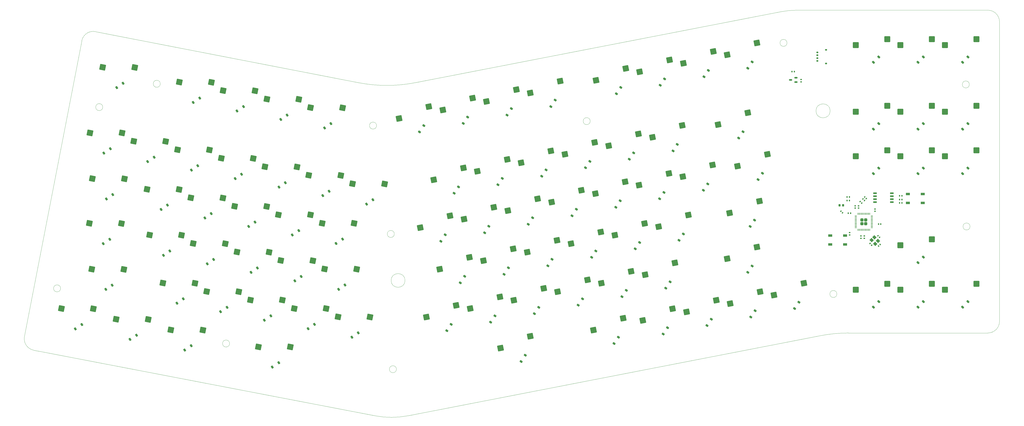
<source format=gbr>
%TF.GenerationSoftware,KiCad,Pcbnew,8.0.4*%
%TF.CreationDate,2024-08-17T15:03:33+09:00*%
%TF.ProjectId,ttaelgam,74746165-6c67-4616-9d2e-6b696361645f,rev?*%
%TF.SameCoordinates,Original*%
%TF.FileFunction,Paste,Bot*%
%TF.FilePolarity,Positive*%
%FSLAX46Y46*%
G04 Gerber Fmt 4.6, Leading zero omitted, Abs format (unit mm)*
G04 Created by KiCad (PCBNEW 8.0.4) date 2024-08-17 15:03:33*
%MOMM*%
%LPD*%
G01*
G04 APERTURE LIST*
G04 Aperture macros list*
%AMRoundRect*
0 Rectangle with rounded corners*
0 $1 Rounding radius*
0 $2 $3 $4 $5 $6 $7 $8 $9 X,Y pos of 4 corners*
0 Add a 4 corners polygon primitive as box body*
4,1,4,$2,$3,$4,$5,$6,$7,$8,$9,$2,$3,0*
0 Add four circle primitives for the rounded corners*
1,1,$1+$1,$2,$3*
1,1,$1+$1,$4,$5*
1,1,$1+$1,$6,$7*
1,1,$1+$1,$8,$9*
0 Add four rect primitives between the rounded corners*
20,1,$1+$1,$2,$3,$4,$5,0*
20,1,$1+$1,$4,$5,$6,$7,0*
20,1,$1+$1,$6,$7,$8,$9,0*
20,1,$1+$1,$8,$9,$2,$3,0*%
%AMRotRect*
0 Rectangle, with rotation*
0 The origin of the aperture is its center*
0 $1 length*
0 $2 width*
0 $3 Rotation angle, in degrees counterclockwise*
0 Add horizontal line*
21,1,$1,$2,0,0,$3*%
G04 Aperture macros list end*
%ADD10RoundRect,0.250000X1.196977X0.786048X-0.815359X1.177206X-1.196977X-0.786048X0.815359X-1.177206X0*%
%ADD11RoundRect,0.225000X0.106066X-0.424264X0.424264X-0.106066X-0.106066X0.424264X-0.424264X0.106066X0*%
%ADD12RoundRect,0.225000X0.185071X-0.396231X0.436707X-0.023164X-0.185071X0.396231X-0.436707X0.023164X0*%
%ADD13RoundRect,0.225000X0.023164X-0.436707X0.396231X-0.185071X-0.023164X0.436707X-0.396231X0.185071X0*%
%ADD14RoundRect,0.140000X0.170000X-0.140000X0.170000X0.140000X-0.170000X0.140000X-0.170000X-0.140000X0*%
%ADD15RoundRect,0.250000X0.815359X1.177206X-1.196977X0.786048X-0.815359X-1.177206X1.196977X-0.786048X0*%
%ADD16RoundRect,0.140000X0.219203X0.021213X0.021213X0.219203X-0.219203X-0.021213X-0.021213X-0.219203X0*%
%ADD17RoundRect,0.135000X-0.135000X-0.185000X0.135000X-0.185000X0.135000X0.185000X-0.135000X0.185000X0*%
%ADD18RoundRect,0.150000X0.650000X0.150000X-0.650000X0.150000X-0.650000X-0.150000X0.650000X-0.150000X0*%
%ADD19RoundRect,0.140000X0.140000X0.170000X-0.140000X0.170000X-0.140000X-0.170000X0.140000X-0.170000X0*%
%ADD20RoundRect,0.135000X0.135000X0.185000X-0.135000X0.185000X-0.135000X-0.185000X0.135000X-0.185000X0*%
%ADD21RoundRect,0.250000X1.025000X1.000000X-1.025000X1.000000X-1.025000X-1.000000X1.025000X-1.000000X0*%
%ADD22RoundRect,0.140000X-0.170000X0.140000X-0.170000X-0.140000X0.170000X-0.140000X0.170000X0.140000X0*%
%ADD23RoundRect,0.135000X-0.185000X0.135000X-0.185000X-0.135000X0.185000X-0.135000X0.185000X0.135000X0*%
%ADD24RoundRect,0.140000X-0.140000X-0.170000X0.140000X-0.170000X0.140000X0.170000X-0.140000X0.170000X0*%
%ADD25RoundRect,0.140000X-0.021213X0.219203X-0.219203X0.021213X0.021213X-0.219203X0.219203X-0.021213X0*%
%ADD26R,1.700000X1.000000*%
%ADD27RotRect,1.400000X1.200000X135.000000*%
%ADD28RoundRect,0.150000X-0.275000X0.150000X-0.275000X-0.150000X0.275000X-0.150000X0.275000X0.150000X0*%
%ADD29RoundRect,0.175000X-0.225000X0.175000X-0.225000X-0.175000X0.225000X-0.175000X0.225000X0.175000X0*%
%ADD30RoundRect,0.249999X0.395001X0.395001X-0.395001X0.395001X-0.395001X-0.395001X0.395001X-0.395001X0*%
%ADD31RoundRect,0.050000X0.387500X0.050000X-0.387500X0.050000X-0.387500X-0.050000X0.387500X-0.050000X0*%
%ADD32RoundRect,0.050000X0.050000X0.387500X-0.050000X0.387500X-0.050000X-0.387500X0.050000X-0.387500X0*%
%ADD33RoundRect,0.225000X0.225000X0.250000X-0.225000X0.250000X-0.225000X-0.250000X0.225000X-0.250000X0*%
%ADD34RoundRect,0.135000X0.226274X0.035355X0.035355X0.226274X-0.226274X-0.035355X-0.035355X-0.226274X0*%
%ADD35RoundRect,0.150000X0.512500X0.150000X-0.512500X0.150000X-0.512500X-0.150000X0.512500X-0.150000X0*%
%TA.AperFunction,Profile*%
%ADD36C,0.050000*%
%TD*%
G04 APERTURE END LIST*
D10*
%TO.C,MX52*%
X155004146Y-229956047D03*
X168691686Y-230029095D03*
%TD*%
D11*
%TO.C,D88*%
X464319491Y-260791339D03*
X466652943Y-258457887D03*
%TD*%
D12*
%TO.C,D7*%
X289090418Y-182208004D03*
X290935754Y-179472180D03*
%TD*%
D10*
%TO.C,MX2*%
X167726336Y-164506054D03*
X181413876Y-164579102D03*
%TD*%
%TO.C,MX55*%
X211104140Y-240860781D03*
X224791680Y-240933829D03*
%TD*%
D11*
%TO.C,D33*%
X502419491Y-184591339D03*
X504752943Y-182257887D03*
%TD*%
D13*
%TO.C,D5*%
X229792983Y-184083405D03*
X232528807Y-182238069D03*
%TD*%
D10*
%TO.C,MX18*%
X148248971Y-189829867D03*
X161936511Y-189902915D03*
%TD*%
D14*
%TO.C,C3*%
X458009740Y-218445260D03*
X458009740Y-217485260D03*
%TD*%
D15*
%TO.C,MX24*%
X276411782Y-206269493D03*
X289130013Y-201209779D03*
%TD*%
D16*
%TO.C,C6*%
X466927686Y-230937945D03*
X466248864Y-230259123D03*
%TD*%
D10*
%TO.C,MX69*%
X235519225Y-265013146D03*
X249206765Y-265086194D03*
%TD*%
%TO.C,MX66*%
X179419232Y-254108411D03*
X193106772Y-254181459D03*
%TD*%
D13*
%TO.C,D55*%
X217070793Y-249533398D03*
X219806617Y-247688062D03*
%TD*%
D12*
%TO.C,D83*%
X353494926Y-276425078D03*
X355340262Y-273689254D03*
%TD*%
D16*
%TO.C,C11*%
X459349151Y-216329671D03*
X458670329Y-215650849D03*
%TD*%
D12*
%TO.C,D43*%
X335577693Y-221688176D03*
X337423029Y-218952352D03*
%TD*%
%TO.C,D70*%
X282072522Y-270901634D03*
X283917858Y-268165810D03*
%TD*%
D17*
%TO.C,R5*%
X475519221Y-214759737D03*
X476539219Y-214759737D03*
%TD*%
D12*
%TO.C,D42*%
X316877695Y-225323087D03*
X318723031Y-222587263D03*
%TD*%
D15*
%TO.C,MX84*%
X365751418Y-266529839D03*
X378469649Y-261470125D03*
%TD*%
%TO.C,MX58*%
X297706603Y-240943305D03*
X310424834Y-235883591D03*
%TD*%
D12*
%TO.C,D60*%
X343887603Y-239479446D03*
X345732939Y-236743622D03*
%TD*%
D10*
%TO.C,MX64*%
X130331737Y-244566769D03*
X144019277Y-244639817D03*
%TD*%
%TO.C,MX78*%
X117346827Y-261449311D03*
X131034367Y-261522359D03*
%TD*%
D15*
%TO.C,MX73*%
X329391511Y-254190936D03*
X342109742Y-249131222D03*
%TD*%
D18*
%TO.C,U4*%
X472234740Y-212085260D03*
X472234740Y-213355260D03*
X472234740Y-214625260D03*
X472234740Y-215895260D03*
X465034740Y-215895260D03*
X465034740Y-214625260D03*
X465034740Y-213355260D03*
X465034740Y-212085260D03*
%TD*%
D12*
%TO.C,D26*%
X322592782Y-204805634D03*
X324438118Y-202069810D03*
%TD*%
D15*
%TO.C,MX61*%
X353806596Y-230038571D03*
X366524827Y-224978857D03*
%TD*%
D12*
%TO.C,D11*%
X373240409Y-165850903D03*
X375085745Y-163115079D03*
%TD*%
D19*
%TO.C,C9*%
X454564740Y-220615260D03*
X453604740Y-220615260D03*
%TD*%
D15*
%TO.C,MX63*%
X402894091Y-220496929D03*
X415612322Y-215437215D03*
%TD*%
D20*
%TO.C,R7*%
X454094739Y-213640260D03*
X453074741Y-213640260D03*
%TD*%
D12*
%TO.C,D40*%
X279477699Y-232592910D03*
X281323035Y-229857086D03*
%TD*%
D16*
%TO.C,C13*%
X451149151Y-220435722D03*
X450470329Y-219756900D03*
%TD*%
D21*
%TO.C,MX89*%
X475857648Y-253416553D03*
X489307648Y-250876553D03*
%TD*%
D10*
%TO.C,MX22*%
X223048962Y-204369513D03*
X236736502Y-204442561D03*
%TD*%
D15*
%TO.C,MX44*%
X345496685Y-212247301D03*
X358214916Y-207187587D03*
%TD*%
D10*
%TO.C,MX67*%
X198119229Y-257743323D03*
X211806769Y-257816371D03*
%TD*%
D12*
%TO.C,D44*%
X354277690Y-218053265D03*
X356123026Y-215317441D03*
%TD*%
D22*
%TO.C,C16*%
X458984740Y-230385260D03*
X458984740Y-231345260D03*
%TD*%
D13*
%TO.C,D66*%
X185385885Y-262781029D03*
X188121709Y-260935693D03*
%TD*%
%TO.C,D78*%
X123313480Y-270121929D03*
X126049304Y-268276593D03*
%TD*%
D11*
%TO.C,D32*%
X483369491Y-184591339D03*
X485702943Y-182257887D03*
%TD*%
D15*
%TO.C,MX74*%
X348091509Y-250556025D03*
X360809740Y-245496311D03*
%TD*%
D12*
%TO.C,D72*%
X319472518Y-263631811D03*
X321317854Y-260895987D03*
%TD*%
%TO.C,D61*%
X362587601Y-235844535D03*
X364432937Y-233108711D03*
%TD*%
%TO.C,D57*%
X287787610Y-250384180D03*
X289632946Y-247648356D03*
%TD*%
D20*
%TO.C,R3*%
X476539219Y-213159737D03*
X475519221Y-213159737D03*
%TD*%
D13*
%TO.C,D23*%
X247715613Y-216677041D03*
X250451437Y-214831705D03*
%TD*%
%TO.C,D54*%
X198370795Y-245898487D03*
X201106619Y-244053151D03*
%TD*%
D10*
%TO.C,MX36*%
X172664056Y-213982232D03*
X186351596Y-214055280D03*
%TD*%
%TO.C,MX39*%
X228764049Y-224886966D03*
X242451589Y-224960014D03*
%TD*%
D21*
%TO.C,MX88*%
X456807648Y-253416553D03*
X470257648Y-250876553D03*
%TD*%
D12*
%TO.C,D76*%
X410635007Y-245911618D03*
X412480343Y-243175794D03*
%TD*%
D13*
%TO.C,D36*%
X178630709Y-222654850D03*
X181366533Y-220809514D03*
%TD*%
D10*
%TO.C,MX19*%
X166948968Y-193464779D03*
X180636508Y-193537827D03*
%TD*%
D11*
%TO.C,D31*%
X464319491Y-184591339D03*
X466652943Y-182257887D03*
%TD*%
D13*
%TO.C,D17*%
X135515626Y-194867573D03*
X138251450Y-193022237D03*
%TD*%
D12*
%TO.C,D12*%
X391940407Y-162215992D03*
X393785743Y-159480168D03*
%TD*%
D10*
%TO.C,MX3*%
X186426334Y-168140966D03*
X200113874Y-168214014D03*
%TD*%
D15*
%TO.C,MX71*%
X291991515Y-261460759D03*
X304709746Y-256401045D03*
%TD*%
D23*
%TO.C,R4*%
X454159740Y-228930261D03*
X454159740Y-229950259D03*
%TD*%
D15*
%TO.C,MX27*%
X332511775Y-195364759D03*
X345230006Y-190305045D03*
%TD*%
D10*
%TO.C,MX5*%
X223826329Y-175410788D03*
X237513869Y-175483836D03*
%TD*%
D15*
%TO.C,MX76*%
X401854002Y-240105654D03*
X414572233Y-235045940D03*
%TD*%
%TO.C,MX9*%
X317709409Y-169132218D03*
X330427640Y-164072504D03*
%TD*%
%TO.C,MX13*%
X401859399Y-152775117D03*
X414577630Y-147715403D03*
%TD*%
D12*
%TO.C,D74*%
X356872514Y-256361988D03*
X358717850Y-253626164D03*
%TD*%
D10*
%TO.C,MX21*%
X204348964Y-200734601D03*
X218036504Y-200807649D03*
%TD*%
D21*
%TO.C,MX33*%
X494907648Y-177216553D03*
X508357648Y-174676553D03*
%TD*%
D14*
%TO.C,C2*%
X433409740Y-164376311D03*
X433409740Y-163416311D03*
%TD*%
D12*
%TO.C,D59*%
X325187606Y-243114357D03*
X327032942Y-240378533D03*
%TD*%
D15*
%TO.C,MX26*%
X313811777Y-198999670D03*
X326530008Y-193939956D03*
%TD*%
%TO.C,MX12*%
X383159402Y-156410028D03*
X395877633Y-151350314D03*
%TD*%
D13*
%TO.C,D38*%
X216030705Y-229924672D03*
X218766529Y-228079336D03*
%TD*%
D21*
%TO.C,MX16*%
X494907648Y-148641553D03*
X508357648Y-146101553D03*
%TD*%
D10*
%TO.C,MX34*%
X130589061Y-205803682D03*
X144276601Y-205876730D03*
%TD*%
D13*
%TO.C,D53*%
X179670797Y-242263575D03*
X182406621Y-240418239D03*
%TD*%
%TO.C,D56*%
X235770791Y-253168309D03*
X238506615Y-251322973D03*
%TD*%
D17*
%TO.C,R8*%
X453074741Y-215227760D03*
X454094739Y-215227760D03*
%TD*%
D15*
%TO.C,MX40*%
X270696694Y-226786947D03*
X283414925Y-221727233D03*
%TD*%
%TO.C,MX82*%
X304976425Y-278343301D03*
X317694656Y-273283587D03*
%TD*%
D13*
%TO.C,D2*%
X173692989Y-173178671D03*
X176428813Y-171333335D03*
%TD*%
%TO.C,D22*%
X229015615Y-213042130D03*
X231751439Y-211196794D03*
%TD*%
D12*
%TO.C,D29*%
X378692776Y-193900900D03*
X380538112Y-191165076D03*
%TD*%
D15*
%TO.C,MX43*%
X326796688Y-215882212D03*
X339514919Y-210822498D03*
%TD*%
D13*
%TO.C,D67*%
X204085883Y-266415940D03*
X206821707Y-264570604D03*
%TD*%
D15*
%TO.C,MX30*%
X397961768Y-182642569D03*
X410679999Y-177582855D03*
%TD*%
D14*
%TO.C,C14*%
X456509740Y-218445260D03*
X456509740Y-217485260D03*
%TD*%
D12*
%TO.C,D47*%
X415052683Y-206239803D03*
X416898019Y-203503979D03*
%TD*%
D15*
%TO.C,MX7*%
X280309413Y-176402041D03*
X293027644Y-171342327D03*
%TD*%
D11*
%TO.C,D50*%
X502419491Y-203641339D03*
X504752943Y-201307887D03*
%TD*%
D12*
%TO.C,D45*%
X372977688Y-214418353D03*
X374823024Y-211682529D03*
%TD*%
D10*
%TO.C,MX68*%
X216819227Y-261378234D03*
X230506767Y-261451282D03*
%TD*%
%TO.C,MX17*%
X129548973Y-186194956D03*
X143236513Y-186268004D03*
%TD*%
D12*
%TO.C,D46*%
X391677686Y-210783442D03*
X393523022Y-208047618D03*
%TD*%
D13*
%TO.C,D51*%
X135258302Y-233630661D03*
X137994126Y-231785325D03*
%TD*%
%TO.C,D52*%
X160970799Y-238628664D03*
X163706623Y-236783328D03*
%TD*%
%TO.C,D65*%
X166685887Y-259146117D03*
X169421711Y-257300781D03*
%TD*%
D10*
%TO.C,MX35*%
X153964058Y-210347321D03*
X167651598Y-210420369D03*
%TD*%
%TO.C,MX4*%
X205126332Y-171775877D03*
X218813872Y-171848925D03*
%TD*%
D15*
%TO.C,MX8*%
X299009411Y-172767129D03*
X311727642Y-167707415D03*
%TD*%
D13*
%TO.C,D19*%
X172915622Y-202137396D03*
X175651446Y-200292060D03*
%TD*%
D12*
%TO.C,D84*%
X374532423Y-272335803D03*
X376377759Y-269599979D03*
%TD*%
D10*
%TO.C,MX1*%
X135001340Y-158144959D03*
X148688880Y-158218007D03*
%TD*%
D24*
%TO.C,C1*%
X429568107Y-159980390D03*
X430528107Y-159980390D03*
%TD*%
D21*
%TO.C,MX49*%
X475857648Y-196266553D03*
X489307648Y-193726553D03*
%TD*%
D15*
%TO.C,MX83*%
X344713921Y-270619114D03*
X357432152Y-265559400D03*
%TD*%
D21*
%TO.C,MX48*%
X456807648Y-196266553D03*
X470257648Y-193726553D03*
%TD*%
D24*
%TO.C,C12*%
X466529740Y-225290260D03*
X467489740Y-225290260D03*
%TD*%
D15*
%TO.C,MX62*%
X372506594Y-226403660D03*
X385224825Y-221343946D03*
%TD*%
D13*
%TO.C,D35*%
X159930711Y-219019938D03*
X162666535Y-217174602D03*
%TD*%
D15*
%TO.C,MX75*%
X366791506Y-246921113D03*
X379509737Y-241861399D03*
%TD*%
%TO.C,MX25*%
X295111779Y-202634582D03*
X307830010Y-197574868D03*
%TD*%
D25*
%TO.C,C7*%
X467188427Y-233998104D03*
X466509605Y-234676926D03*
%TD*%
D16*
%TO.C,C4*%
X460499151Y-215179671D03*
X459820329Y-214500849D03*
%TD*%
D13*
%TO.C,D80*%
X170063475Y-279209207D03*
X172799299Y-277363871D03*
%TD*%
D12*
%TO.C,D30*%
X406742773Y-188448533D03*
X408588109Y-185712709D03*
%TD*%
%TO.C,D87*%
X430632417Y-261431068D03*
X432477753Y-258695244D03*
%TD*%
D11*
%TO.C,D15*%
X483369491Y-156016339D03*
X485702943Y-153682887D03*
%TD*%
D21*
%TO.C,MX32*%
X475857648Y-177216553D03*
X489307648Y-174676553D03*
%TD*%
%TO.C,MX15*%
X475857648Y-148641553D03*
X489307648Y-146101553D03*
%TD*%
D12*
%TO.C,D10*%
X354540411Y-169485814D03*
X356385747Y-166749990D03*
%TD*%
%TO.C,D8*%
X307790416Y-178573093D03*
X309635752Y-175837269D03*
%TD*%
D15*
%TO.C,MX41*%
X289396692Y-223152035D03*
X302114923Y-218092321D03*
%TD*%
%TO.C,MX86*%
X403151414Y-259260016D03*
X415869645Y-254200302D03*
%TD*%
%TO.C,MX60*%
X335106598Y-233673482D03*
X347824829Y-228613768D03*
%TD*%
D12*
%TO.C,D58*%
X306487608Y-246749269D03*
X308332944Y-244013445D03*
%TD*%
%TO.C,D27*%
X341292780Y-201170722D03*
X343138116Y-198434898D03*
%TD*%
D13*
%TO.C,D21*%
X210315617Y-209407219D03*
X213051441Y-207561883D03*
%TD*%
D12*
%TO.C,D85*%
X393232421Y-268700891D03*
X395077757Y-265965067D03*
%TD*%
D20*
%TO.C,R6*%
X476539219Y-216232882D03*
X475519221Y-216232882D03*
%TD*%
D12*
%TO.C,D75*%
X375572512Y-252727077D03*
X377417848Y-249991253D03*
%TD*%
D15*
%TO.C,MX10*%
X345759406Y-163679851D03*
X358477637Y-158620137D03*
%TD*%
D12*
%TO.C,D13*%
X410640404Y-158581080D03*
X412485740Y-155845256D03*
%TD*%
%TO.C,D73*%
X338172516Y-259996900D03*
X340017852Y-257261076D03*
%TD*%
%TO.C,D6*%
X270390421Y-185842915D03*
X272235757Y-183107091D03*
%TD*%
D10*
%TO.C,MX81*%
X201496817Y-277806412D03*
X215184357Y-277879460D03*
%TD*%
D14*
%TO.C,C10*%
X465009740Y-219776311D03*
X465009740Y-218816311D03*
%TD*%
D11*
%TO.C,D77*%
X483369491Y-241741339D03*
X485702943Y-239407887D03*
%TD*%
D10*
%TO.C,MX65*%
X160719234Y-250473500D03*
X174406774Y-250546548D03*
%TD*%
D26*
%TO.C,BOOT1*%
X485369479Y-212386571D03*
X479069481Y-212386571D03*
X485369479Y-216186571D03*
X479069481Y-216186571D03*
%TD*%
D12*
%TO.C,D82*%
X313757430Y-284149264D03*
X315602766Y-281413440D03*
%TD*%
D21*
%TO.C,MX14*%
X456807648Y-148641553D03*
X470257648Y-146101553D03*
%TD*%
D12*
%TO.C,D86*%
X411932419Y-265065980D03*
X413777755Y-262330156D03*
%TD*%
D10*
%TO.C,MX38*%
X210064052Y-221252055D03*
X223751592Y-221325103D03*
%TD*%
D15*
%TO.C,MX46*%
X382896681Y-204977478D03*
X395614912Y-199917764D03*
%TD*%
D12*
%TO.C,D62*%
X381287599Y-232209623D03*
X383132935Y-229473799D03*
%TD*%
D10*
%TO.C,MX53*%
X173704144Y-233590958D03*
X187391684Y-233664006D03*
%TD*%
D15*
%TO.C,MX29*%
X369911771Y-188094936D03*
X382630002Y-183035222D03*
%TD*%
D11*
%TO.C,D16*%
X502419491Y-156016339D03*
X504752943Y-153682887D03*
%TD*%
D10*
%TO.C,MX23*%
X241748960Y-208004424D03*
X255436500Y-208077472D03*
%TD*%
D27*
%TO.C,Y1*%
X465111517Y-233694118D03*
X463555882Y-232138483D03*
X464757963Y-230936402D03*
X466313598Y-232492037D03*
%TD*%
D21*
%TO.C,MX31*%
X456807648Y-177216553D03*
X470257648Y-174676553D03*
%TD*%
D12*
%TO.C,D28*%
X359992778Y-197535811D03*
X361838114Y-194799987D03*
%TD*%
%TO.C,D24*%
X285192787Y-212075457D03*
X287038123Y-209339633D03*
%TD*%
D10*
%TO.C,MX37*%
X191364054Y-217617144D03*
X205051594Y-217690192D03*
%TD*%
D15*
%TO.C,MX42*%
X308096690Y-219517124D03*
X320814921Y-214457410D03*
%TD*%
D28*
%TO.C,J4*%
X440334740Y-151796311D03*
X440334740Y-152996311D03*
X440334740Y-154196311D03*
X440334740Y-155396311D03*
D29*
X444109740Y-150646311D03*
X444109740Y-156546311D03*
%TD*%
D21*
%TO.C,MX90*%
X494907648Y-253416553D03*
X508357648Y-250876553D03*
%TD*%
D16*
%TO.C,C5*%
X461299151Y-214379671D03*
X460620329Y-213700849D03*
%TD*%
D15*
%TO.C,MX45*%
X364196683Y-208612390D03*
X376914914Y-203552676D03*
%TD*%
D13*
%TO.C,D37*%
X197330707Y-226289761D03*
X200066531Y-224444425D03*
%TD*%
D12*
%TO.C,D63*%
X411675096Y-226302892D03*
X413520432Y-223567068D03*
%TD*%
D11*
%TO.C,D14*%
X464319491Y-156016339D03*
X466652943Y-153682887D03*
%TD*%
D13*
%TO.C,D1*%
X140967993Y-166817576D03*
X143703817Y-164972240D03*
%TD*%
D30*
%TO.C,U2*%
X461019480Y-225086571D03*
X461019480Y-223486571D03*
X459419480Y-225086571D03*
X459419480Y-223486571D03*
D31*
X463656980Y-221686571D03*
X463656980Y-222086571D03*
X463656980Y-222486571D03*
X463656980Y-222886571D03*
X463656980Y-223286571D03*
X463656980Y-223686571D03*
X463656980Y-224086571D03*
X463656980Y-224486571D03*
X463656980Y-224886571D03*
X463656980Y-225286571D03*
X463656980Y-225686571D03*
X463656980Y-226086571D03*
X463656980Y-226486571D03*
X463656980Y-226886571D03*
D32*
X462819480Y-227724071D03*
X462419480Y-227724071D03*
X462019480Y-227724071D03*
X461619480Y-227724071D03*
X461219480Y-227724071D03*
X460819480Y-227724071D03*
X460419480Y-227724071D03*
X460019480Y-227724071D03*
X459619480Y-227724071D03*
X459219480Y-227724071D03*
X458819480Y-227724071D03*
X458419480Y-227724071D03*
X458019480Y-227724071D03*
X457619480Y-227724071D03*
D31*
X456781980Y-226886571D03*
X456781980Y-226486571D03*
X456781980Y-226086571D03*
X456781980Y-225686571D03*
X456781980Y-225286571D03*
X456781980Y-224886571D03*
X456781980Y-224486571D03*
X456781980Y-224086571D03*
X456781980Y-223686571D03*
X456781980Y-223286571D03*
X456781980Y-222886571D03*
X456781980Y-222486571D03*
X456781980Y-222086571D03*
X456781980Y-221686571D03*
D32*
X457619480Y-220849071D03*
X458019480Y-220849071D03*
X458419480Y-220849071D03*
X458819480Y-220849071D03*
X459219480Y-220849071D03*
X459619480Y-220849071D03*
X460019480Y-220849071D03*
X460419480Y-220849071D03*
X460819480Y-220849071D03*
X461219480Y-220849071D03*
X461619480Y-220849071D03*
X462019480Y-220849071D03*
X462419480Y-220849071D03*
X462819480Y-220849071D03*
%TD*%
D10*
%TO.C,MX20*%
X185648966Y-197099690D03*
X199336506Y-197172738D03*
%TD*%
D11*
%TO.C,D49*%
X483369491Y-203641339D03*
X485702943Y-201307887D03*
%TD*%
D15*
%TO.C,MX85*%
X384451416Y-262894928D03*
X397169647Y-257835214D03*
%TD*%
D13*
%TO.C,D4*%
X211092985Y-180448494D03*
X213828809Y-178603158D03*
%TD*%
D12*
%TO.C,D41*%
X298177697Y-228957999D03*
X300023033Y-226222175D03*
%TD*%
D33*
%TO.C,C8*%
X451384740Y-217215260D03*
X449834740Y-217215260D03*
%TD*%
D13*
%TO.C,D69*%
X241485878Y-273685763D03*
X244221702Y-271840427D03*
%TD*%
D11*
%TO.C,D90*%
X502419491Y-260791339D03*
X504752943Y-258457887D03*
%TD*%
D13*
%TO.C,D3*%
X192392987Y-176813583D03*
X195128811Y-174968247D03*
%TD*%
D21*
%TO.C,MX50*%
X494907648Y-196266553D03*
X508357648Y-193726553D03*
%TD*%
D10*
%TO.C,MX54*%
X192404142Y-237225869D03*
X206091682Y-237298917D03*
%TD*%
D13*
%TO.C,D68*%
X222785881Y-270050851D03*
X225521705Y-268205515D03*
%TD*%
D15*
%TO.C,MX11*%
X364459404Y-160044939D03*
X377177635Y-154985225D03*
%TD*%
D10*
%TO.C,MX80*%
X164096822Y-270536590D03*
X177784362Y-270609638D03*
%TD*%
D15*
%TO.C,MX28*%
X351211773Y-191729848D03*
X363930004Y-186670134D03*
%TD*%
D26*
%TO.C,RST1*%
X445884741Y-233990260D03*
X452184739Y-233990260D03*
X445884741Y-230190260D03*
X452184739Y-230190260D03*
%TD*%
D15*
%TO.C,MX57*%
X279006605Y-244578217D03*
X291724836Y-239518503D03*
%TD*%
D13*
%TO.C,D64*%
X136298391Y-253239386D03*
X139034215Y-251394050D03*
%TD*%
D15*
%TO.C,MX59*%
X316406601Y-237308394D03*
X329124832Y-232248680D03*
%TD*%
D34*
%TO.C,R9*%
X463588429Y-234325000D03*
X462867181Y-233603752D03*
%TD*%
D11*
%TO.C,D48*%
X464319491Y-203641339D03*
X466652943Y-201307887D03*
%TD*%
D15*
%TO.C,MX47*%
X406271678Y-200433839D03*
X418989909Y-195374125D03*
%TD*%
%TO.C,MX6*%
X261609416Y-180036952D03*
X274327647Y-174977238D03*
%TD*%
D22*
%TO.C,C15*%
X460459740Y-230360260D03*
X460459740Y-231320260D03*
%TD*%
D10*
%TO.C,MX79*%
X140721824Y-265992951D03*
X154409364Y-266065999D03*
%TD*%
D12*
%TO.C,D25*%
X303892784Y-208440545D03*
X305738120Y-205704721D03*
%TD*%
D13*
%TO.C,D34*%
X136555714Y-214476299D03*
X139291538Y-212630963D03*
%TD*%
D11*
%TO.C,D89*%
X483369491Y-260791339D03*
X485702943Y-258457887D03*
%TD*%
D10*
%TO.C,MX56*%
X229804138Y-244495692D03*
X243491678Y-244568740D03*
%TD*%
D13*
%TO.C,D79*%
X146688478Y-274665568D03*
X149424302Y-272820232D03*
%TD*%
D12*
%TO.C,D9*%
X326490414Y-174938181D03*
X328335750Y-172202357D03*
%TD*%
D15*
%TO.C,MX70*%
X273291517Y-265095670D03*
X286009748Y-260035956D03*
%TD*%
D21*
%TO.C,MX77*%
X475857648Y-234366553D03*
X489307648Y-231826553D03*
%TD*%
D15*
%TO.C,MX72*%
X310691513Y-257825847D03*
X323409744Y-252766133D03*
%TD*%
D13*
%TO.C,D81*%
X207463471Y-286479030D03*
X210199295Y-284633694D03*
%TD*%
%TO.C,D20*%
X191615620Y-205772307D03*
X194351444Y-203926971D03*
%TD*%
D12*
%TO.C,D71*%
X300772520Y-267266722D03*
X302617856Y-264530898D03*
%TD*%
D13*
%TO.C,D39*%
X234730703Y-233559584D03*
X237466527Y-231714248D03*
%TD*%
D10*
%TO.C,MX51*%
X129291649Y-224958043D03*
X142979189Y-225031091D03*
%TD*%
D35*
%TO.C,U1*%
X431191006Y-162602275D03*
X431191006Y-164502273D03*
X428916006Y-163552274D03*
%TD*%
D15*
%TO.C,MX87*%
X421851412Y-255625105D03*
X434569643Y-250565391D03*
%TD*%
D13*
%TO.C,D18*%
X154215624Y-198502485D03*
X156951448Y-196657149D03*
%TD*%
D36*
X518209740Y-265496311D02*
X518209740Y-266896311D01*
X259609740Y-229496311D02*
G75*
G02*
X256609740Y-229496311I-1500000J0D01*
G01*
X256609740Y-229496311D02*
G75*
G02*
X259609740Y-229496311I1500000J0D01*
G01*
X265437832Y-307329325D02*
G75*
G02*
X251379039Y-307342807I-7064232J36319425D01*
G01*
X135009740Y-175196311D02*
G75*
G02*
X132009740Y-175196311I-1500000J0D01*
G01*
X132009740Y-175196311D02*
G75*
G02*
X135009740Y-175196311I1500000J0D01*
G01*
X126058534Y-146810875D02*
G75*
G02*
X131923193Y-142853234I4908866J-950125D01*
G01*
X518209740Y-141696311D02*
X518209740Y-265496311D01*
X513209740Y-133696311D02*
G75*
G02*
X518209689Y-138696311I-40J-4999989D01*
G01*
X108809740Y-279896311D02*
X105509757Y-279252412D01*
X268442894Y-164756920D02*
G75*
G02*
X244377335Y-164753073I-12022894J61842120D01*
G01*
X448709740Y-255196311D02*
G75*
G02*
X445709740Y-255196311I-1500000J0D01*
G01*
X445709740Y-255196311D02*
G75*
G02*
X448709740Y-255196311I1500000J0D01*
G01*
X159609740Y-165196311D02*
G75*
G02*
X156609740Y-165196311I-1500000J0D01*
G01*
X156609740Y-165196311D02*
G75*
G02*
X159609740Y-165196311I1500000J0D01*
G01*
X441651426Y-273055222D02*
X265437832Y-307329325D01*
X431773007Y-133696311D02*
X513209740Y-133696311D01*
X424711961Y-134376322D02*
X268442894Y-164756920D01*
X424711961Y-134376322D02*
G75*
G02*
X431773007Y-133696313I7061039J-36319978D01*
G01*
X518209740Y-266896311D02*
G75*
G02*
X513209740Y-271896340I-5000040J11D01*
G01*
X505609740Y-226296311D02*
G75*
G02*
X502609740Y-226296311I-1500000J0D01*
G01*
X502609740Y-226296311D02*
G75*
G02*
X505609740Y-226296311I1500000J0D01*
G01*
X101558410Y-273394850D02*
X126058534Y-146810875D01*
X513209740Y-271896311D02*
X511809740Y-271896311D01*
X505309740Y-165496311D02*
G75*
G02*
X502309740Y-165496311I-1500000J0D01*
G01*
X502309740Y-165496311D02*
G75*
G02*
X505309740Y-165496311I1500000J0D01*
G01*
X117009740Y-252796311D02*
G75*
G02*
X114009740Y-252796311I-1500000J0D01*
G01*
X114009740Y-252796311D02*
G75*
G02*
X117009740Y-252796311I1500000J0D01*
G01*
X518209740Y-141696311D02*
X518209740Y-138696311D01*
X252009740Y-183096311D02*
G75*
G02*
X249009740Y-183096311I-1500000J0D01*
G01*
X249009740Y-183096311D02*
G75*
G02*
X252009740Y-183096311I1500000J0D01*
G01*
X445809740Y-176796311D02*
G75*
G02*
X439809740Y-176796311I-3000000J0D01*
G01*
X439809740Y-176796311D02*
G75*
G02*
X445809740Y-176796311I3000000J0D01*
G01*
X260509740Y-287396311D02*
G75*
G02*
X257509740Y-287396311I-1500000J0D01*
G01*
X257509740Y-287396311D02*
G75*
G02*
X260509740Y-287396311I1500000J0D01*
G01*
X105509757Y-279252412D02*
G75*
G02*
X101558450Y-273394858I957543J4907412D01*
G01*
X189209740Y-276396311D02*
G75*
G02*
X186209740Y-276396311I-1500000J0D01*
G01*
X186209740Y-276396311D02*
G75*
G02*
X189209740Y-276396311I1500000J0D01*
G01*
X264150828Y-249396311D02*
G75*
G02*
X258268652Y-249396311I-2941088J0D01*
G01*
X258268652Y-249396311D02*
G75*
G02*
X264150828Y-249396311I2941088J0D01*
G01*
X343309740Y-181196311D02*
G75*
G02*
X340309740Y-181196311I-1500000J0D01*
G01*
X340309740Y-181196311D02*
G75*
G02*
X343309740Y-181196311I1500000J0D01*
G01*
X441651426Y-273055222D02*
G75*
G02*
X453679714Y-271896313I12028274J-61841078D01*
G01*
X427409740Y-147696311D02*
G75*
G02*
X424409740Y-147696311I-1500000J0D01*
G01*
X424409740Y-147696311D02*
G75*
G02*
X427409740Y-147696311I1500000J0D01*
G01*
X244377337Y-164753061D02*
X131923203Y-142853183D01*
X251379039Y-307342807D02*
X108809740Y-279896311D01*
X511809740Y-271896311D02*
X453679714Y-271896311D01*
M02*

</source>
